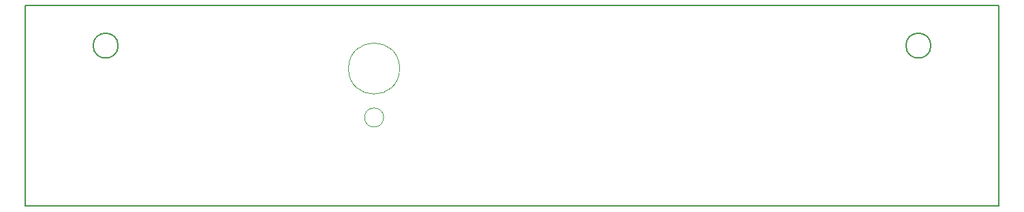
<source format=gbr>
%TF.GenerationSoftware,KiCad,Pcbnew,7.0.9*%
%TF.CreationDate,2024-10-29T13:49:45+09:00*%
%TF.ProjectId,02-top,30322d74-6f70-42e6-9b69-6361645f7063,rev?*%
%TF.SameCoordinates,Original*%
%TF.FileFunction,Profile,NP*%
%FSLAX46Y46*%
G04 Gerber Fmt 4.6, Leading zero omitted, Abs format (unit mm)*
G04 Created by KiCad (PCBNEW 7.0.9) date 2024-10-29 13:49:45*
%MOMM*%
%LPD*%
G01*
G04 APERTURE LIST*
%TA.AperFunction,Profile*%
%ADD10C,0.100000*%
%TD*%
%TA.AperFunction,Profile*%
%ADD11C,0.200000*%
%TD*%
G04 APERTURE END LIST*
D10*
X67865000Y-65155000D02*
G75*
G03*
X67865000Y-65155000I-1190000J0D01*
G01*
X69850000Y-59055000D02*
G75*
G03*
X69850000Y-59055000I-3175000J0D01*
G01*
D11*
X34870000Y-56200000D02*
G75*
G03*
X34870000Y-56200000I-1550000J0D01*
G01*
X135870000Y-56200000D02*
G75*
G03*
X135870000Y-56200000I-1550000J0D01*
G01*
X144320000Y-76200000D02*
X144320000Y-51200000D01*
X23320000Y-76200000D02*
X144320000Y-76200000D01*
X23320000Y-51200000D02*
X23320000Y-76200000D01*
X144320000Y-51200000D02*
X23320000Y-51200000D01*
M02*

</source>
